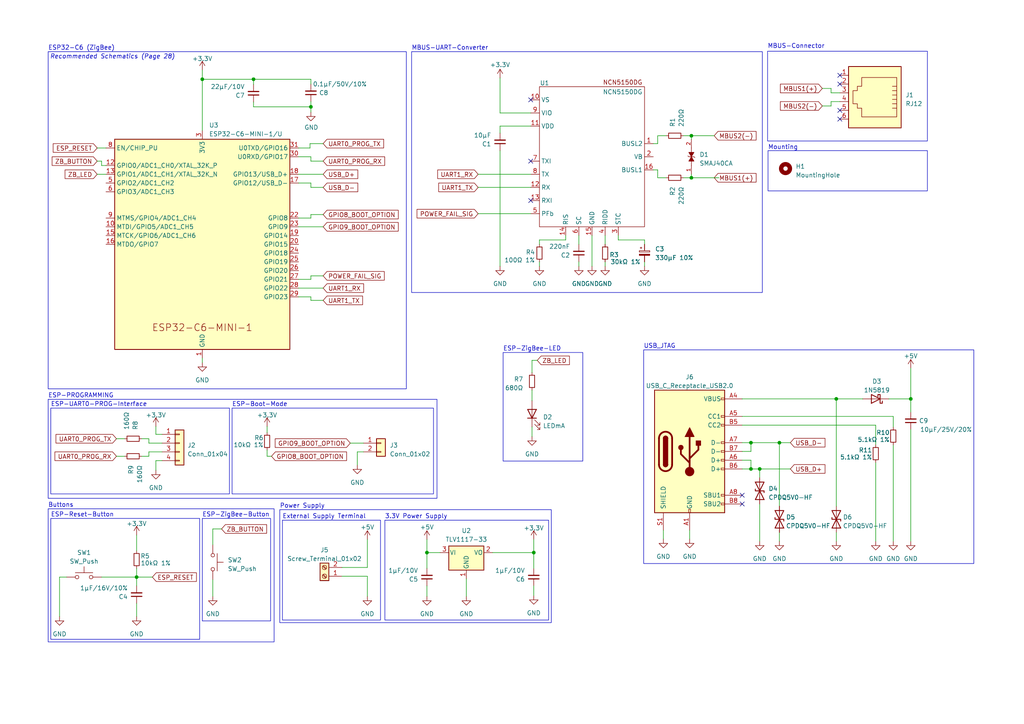
<source format=kicad_sch>
(kicad_sch (version 20231120) (generator "eeschema") (generator_version "8.0")
  (paper "A4")
  (title_block (title "ZBSmartMeter") (date "2023-05-19") (rev "1"))
  (lib_symbols
    (symbol "Connector:RJ12" (pin_names (offset 1.016))
      (property "Reference" "J" (at -5.08 11.43 0))
      (property "Value" "RJ12" (at 2.54 11.43 0))
      (symbol "RJ12_0_1"
        (polyline (pts (xy -6.35 -1.905) (xy -5.08 -1.905) (xy -5.08 -1.905)))
        (polyline (pts (xy -6.35 -0.635) (xy -5.08 -0.635) (xy -5.08 -0.635)))
        (polyline (pts (xy -6.35 0.635) (xy -5.08 0.635) (xy -5.08 0.635)))
        (polyline (pts (xy -6.35 1.905) (xy -5.08 1.905) (xy -5.08 1.905)))
        (polyline (pts (xy -6.35 3.175) (xy -5.08 3.175) (xy -5.08 3.175)))
        (polyline (pts (xy -5.08 4.445) (xy -6.35 4.445) (xy -6.35 4.445)))
        (polyline (pts (xy -6.35 -4.445) (xy -6.35 6.985) (xy 3.81 6.985) (xy 3.81 4.445) (xy 5.08 4.445) (xy 5.08 3.175) (xy 6.35 3.175) (xy 6.35 -0.635) (xy 5.08 -0.635) (xy 5.08 -1.905) (xy 3.81 -1.905) (xy 3.81 -4.445) (xy -6.35 -4.445) (xy -6.35 -4.445)))
        (rectangle (start 7.62 10.16) (end -7.62 -7.62) (stroke (width 0.254)) (fill (type background)))
      )
      (symbol "RJ12_1_1"
        (pin passive line (at 10.16 -5.08 180) (length 2.54) (name "~") (number "1"))
        (pin passive line (at 10.16 -2.54 180) (length 2.54) (name "~") (number "2"))
        (pin passive line (at 10.16 0 180) (length 2.54) (name "~") (number "3"))
        (pin passive line (at 10.16 2.54 180) (length 2.54) (name "~") (number "4"))
        (pin passive line (at 10.16 5.08 180) (length 2.54) (name "~") (number "5"))
        (pin passive line (at 10.16 7.62 180) (length 2.54) (name "~") (number "6"))
      )
    )
    (symbol "Connector:Screw_Terminal_01x02" (pin_names (offset 1.016) hide)
      (property "Reference" "J" (at 0 2.54 0))
      (property "Value" "Screw_Terminal_01x02" (at 0 -5.08 0))
      (symbol "Screw_Terminal_01x02_1_1"
        (rectangle (start -1.27 1.27) (end 1.27 -3.81) (stroke (width 0.254)) (fill (type background)))
        (circle (center 0 -2.54) (radius 0.635) (stroke (width 0.1524)))
        (polyline (pts (xy -0.5334 -2.2098) (xy 0.3302 -3.048)) (stroke (width 0.1524)))
        (polyline (pts (xy -0.5334 0.3302) (xy 0.3302 -0.508)) (stroke (width 0.1524)))
        (polyline (pts (xy -0.3556 -2.032) (xy 0.508 -2.8702)) (stroke (width 0.1524)))
        (polyline (pts (xy -0.3556 0.508) (xy 0.508 -0.3302)) (stroke (width 0.1524)))
        (circle (center 0 0) (radius 0.635) (stroke (width 0.1524)))
        (pin passive line (at -5.08 0 0) (length 3.81) (name "Pin_1") (number "1"))
        (pin passive line (at -5.08 -2.54 0) (length 3.81) (name "Pin_2") (number "2"))
      )
    )
    (symbol "Connector:USB_C_Receptacle_USB2.0" (pin_names (offset 1.016))
      (property "Reference" "J" (at -10.16 19.05 0))
      (property "Value" "USB_C_Receptacle_USB2.0" (at 19.05 19.05 0))
      (symbol "USB_C_Receptacle_USB2.0_0_0"
        (rectangle (start -0.254 -17.78) (end 0.254 -16.764))
        (rectangle (start 10.16 -14.986) (end 9.144 -15.494))
        (rectangle (start 10.16 -12.446) (end 9.144 -12.954))
        (rectangle (start 10.16 -4.826) (end 9.144 -5.334))
        (rectangle (start 10.16 -2.286) (end 9.144 -2.794))
        (rectangle (start 10.16 0.254) (end 9.144 -0.254))
        (rectangle (start 10.16 2.794) (end 9.144 2.286))
        (rectangle (start 10.16 7.874) (end 9.144 7.366))
        (rectangle (start 10.16 10.414) (end 9.144 9.906))
        (rectangle (start 10.16 15.494) (end 9.144 14.986))
      )
      (symbol "USB_C_Receptacle_USB2.0_0_1"
        (rectangle (start -10.16 17.78) (end 10.16 -17.78) (stroke (width 0.254)) (fill (type background)))
        (arc (start -8.89 -3.81) (mid -6.985 -5.7067) (end -5.08 -3.81) (stroke (width 0.508)))
        (arc (start -7.62 -3.81) (mid -6.985 -4.4423) (end -6.35 -3.81) (stroke (width 0.254)))
        (arc (start -7.62 -3.81) (mid -6.985 -4.4423) (end -6.35 -3.81) (stroke (width 0.254)) (fill (type outline)))
        (rectangle (start -7.62 -3.81) (end -6.35 3.81) (stroke (width 0.254)) (fill (type outline)))
        (arc (start -6.35 3.81) (mid -6.985 4.4423) (end -7.62 3.81) (stroke (width 0.254)))
        (arc (start -6.35 3.81) (mid -6.985 4.4423) (end -7.62 3.81) (stroke (width 0.254)) (fill (type outline)))
        (arc (start -5.08 3.81) (mid -6.985 5.7067) (end -8.89 3.81) (stroke (width 0.508)))
        (circle (center -2.54 1.143) (radius 0.635) (stroke (width 0.254)) (fill (type outline)))
        (circle (center 0 -5.842) (radius 1.27) (fill (type outline)))
        (polyline (pts (xy -8.89 -3.81) (xy -8.89 3.81)) (stroke (width 0.508)))
        (polyline (pts (xy -5.08 3.81) (xy -5.08 -3.81)) (stroke (width 0.508)))
        (polyline (pts (xy 0 -5.842) (xy 0 4.318)) (stroke (width 0.508)))
        (polyline (pts (xy 0 -3.302) (xy -2.54 -0.762) (xy -2.54 0.508)) (stroke (width 0.508)))
        (polyline (pts (xy 0 -2.032) (xy 2.54 0.508) (xy 2.54 1.778)) (stroke (width 0.508)))
        (polyline (pts (xy -1.27 4.318) (xy 0 6.858) (xy 1.27 4.318) (xy -1.27 4.318)) (stroke (width 0.254)) (fill (type outline)))
        (rectangle (start 1.905 1.778) (end 3.175 3.048) (stroke (width 0.254)) (fill (type outline)))
      )
      (symbol "USB_C_Receptacle_USB2.0_1_1"
        (pin passive line (at 0 -22.86 90) (length 5.08) (name "GND") (number "A1"))
        (pin passive line (at 0 -22.86 90) (length 5.08) hide (name "GND") (number "A12"))
        (pin passive line (at 15.24 15.24 180) (length 5.08) (name "VBUS") (number "A4"))
        (pin bidirectional line (at 15.24 10.16 180) (length 5.08) (name "CC1") (number "A5"))
        (pin bidirectional line (at 15.24 -2.54 180) (length 5.08) (name "D+") (number "A6"))
        (pin bidirectional line (at 15.24 2.54 180) (length 5.08) (name "D-") (number "A7"))
        (pin bidirectional line (at 15.24 -12.7 180) (length 5.08) (name "SBU1") (number "A8"))
        (pin passive line (at 15.24 15.24 180) (length 5.08) hide (name "VBUS") (number "A9"))
        (pin passive line (at 0 -22.86 90) (length 5.08) hide (name "GND") (number "B1"))
        (pin passive line (at 0 -22.86 90) (length 5.08) hide (name "GND") (number "B12"))
        (pin passive line (at 15.24 15.24 180) (length 5.08) hide (name "VBUS") (number "B4"))
        (pin bidirectional line (at 15.24 7.62 180) (length 5.08) (name "CC2") (number "B5"))
        (pin bidirectional line (at 15.24 -5.08 180) (length 5.08) (name "D+") (number "B6"))
        (pin bidirectional line (at 15.24 0 180) (length 5.08) (name "D-") (number "B7"))
        (pin bidirectional line (at 15.24 -15.24 180) (length 5.08) (name "SBU2") (number "B8"))
        (pin passive line (at 15.24 15.24 180) (length 5.08) hide (name "VBUS") (number "B9"))
        (pin passive line (at -7.62 -22.86 90) (length 5.08) (name "SHIELD") (number "S1"))
      )
    )
    (symbol "Connector_Generic:Conn_01x02" (pin_names (offset 1.016) hide)
      (property "Reference" "J" (at 0 2.54 0))
      (property "Value" "Conn_01x02" (at 0 -5.08 0))
      (symbol "Conn_01x02_1_1"
        (rectangle (start -1.27 -2.413) (end 0 -2.667) (stroke (width 0.1524)))
        (rectangle (start -1.27 0.127) (end 0 -0.127) (stroke (width 0.1524)))
        (rectangle (start -1.27 1.27) (end 1.27 -3.81) (stroke (width 0.254)) (fill (type background)))
        (pin passive line (at -5.08 0 0) (length 3.81) (name "Pin_1") (number "1"))
        (pin passive line (at -5.08 -2.54 0) (length 3.81) (name "Pin_2") (number "2"))
      )
    )
    (symbol "Connector_Generic:Conn_01x04" (pin_names (offset 1.016) hide)
      (property "Reference" "J" (at 0 5.08 0))
      (property "Value" "Conn_01x04" (at 0 -7.62 0))
      (symbol "Conn_01x04_1_1"
        (rectangle (start -1.27 -4.953) (end 0 -5.207) (stroke (width 0.1524)))
        (rectangle (start -1.27 -2.413) (end 0 -2.667) (stroke (width 0.1524)))
        (rectangle (start -1.27 0.127) (end 0 -0.127) (stroke (width 0.1524)))
        (rectangle (start -1.27 2.667) (end 0 2.413) (stroke (width 0.1524)))
        (rectangle (start -1.27 3.81) (end 1.27 -6.35) (stroke (width 0.254)) (fill (type background)))
        (pin passive line (at -5.08 2.54 0) (length 3.81) (name "Pin_1") (number "1"))
        (pin passive line (at -5.08 0 0) (length 3.81) (name "Pin_2") (number "2"))
        (pin passive line (at -5.08 -2.54 0) (length 3.81) (name "Pin_3") (number "3"))
        (pin passive line (at -5.08 -5.08 0) (length 3.81) (name "Pin_4") (number "4"))
      )
    )
    (symbol "Device:C_Polarized_Small" (pin_numbers hide) (pin_names (offset 0.254) hide)
      (property "Reference" "C" (at 0.254 1.778 0))
      (property "Value" "C_Polarized_Small" (at 0.254 -2.032 0))
      (symbol "C_Polarized_Small_0_1"
        (rectangle (start -1.524 -0.3048) (end 1.524 -0.6858) (fill (type outline)))
        (rectangle (start -1.524 0.6858) (end 1.524 0.3048))
        (polyline (pts (xy -1.27 1.524) (xy -0.762 1.524)))
        (polyline (pts (xy -1.016 1.27) (xy -1.016 1.778)))
      )
      (symbol "C_Polarized_Small_1_1"
        (pin passive line (at 0 2.54 270) (length 1.8542) (name "~") (number "1"))
        (pin passive line (at 0 -2.54 90) (length 1.8542) (name "~") (number "2"))
      )
    )
    (symbol "Device:C_Small" (pin_numbers hide) (pin_names (offset 0.254) hide)
      (property "Reference" "C" (at 0.254 1.778 0))
      (property "Value" "C_Small" (at 0.254 -2.032 0))
      (symbol "C_Small_0_1"
        (polyline (pts (xy -1.524 -0.508) (xy 1.524 -0.508)) (stroke (width 0.3302)))
        (polyline (pts (xy -1.524 0.508) (xy 1.524 0.508)) (stroke (width 0.3048)))
      )
      (symbol "C_Small_1_1"
        (pin passive line (at 0 2.54 270) (length 2.032) (name "~") (number "1"))
        (pin passive line (at 0 -2.54 90) (length 2.032) (name "~") (number "2"))
      )
    )
    (symbol "Device:LED" (pin_numbers hide) (pin_names (offset 1.016) hide)
      (property "Reference" "D" (at 0 2.54 0))
      (property "Value" "LED" (at 0 -2.54 0))
      (symbol "LED_0_1"
        (polyline (pts (xy -1.27 -1.27) (xy -1.27 1.27)) (stroke (width 0.254)))
        (polyline (pts (xy -1.27 0) (xy 1.27 0)))
        (polyline (pts (xy 1.27 -1.27) (xy 1.27 1.27) (xy -1.27 0) (xy 1.27 -1.27)) (stroke (width 0.254)))
        (polyline (pts (xy -3.048 -0.762) (xy -4.572 -2.286) (xy -3.81 -2.286) (xy -4.572 -2.286) (xy -4.572 -1.524)))
        (polyline (pts (xy -1.778 -0.762) (xy -3.302 -2.286) (xy -2.54 -2.286) (xy -3.302 -2.286) (xy -3.302 -1.524)))
      )
      (symbol "LED_1_1"
        (pin passive line (at -3.81 0 0) (length 2.54) (name "K") (number "1"))
        (pin passive line (at 3.81 0 180) (length 2.54) (name "A") (number "2"))
      )
    )
    (symbol "Device:R_Small" (pin_numbers hide) (pin_names (offset 0.254) hide)
      (property "Reference" "R" (at 0.762 0.508 0))
      (property "Value" "R_Small" (at 0.762 -1.016 0))
      (symbol "R_Small_0_1"
        (rectangle (start -0.762 1.778) (end 0.762 -1.778) (stroke (width 0.2032)))
      )
      (symbol "R_Small_1_1"
        (pin passive line (at 0 2.54 270) (length 0.762) (name "~") (number "1"))
        (pin passive line (at 0 -2.54 90) (length 0.762) (name "~") (number "2"))
      )
    )
    (symbol "Diode:1.5KExxCA" (pin_numbers hide) (pin_names (offset 1.016) hide)
      (property "Reference" "D" (at 0 2.54 0))
      (property "Value" "1.5KExxCA" (at 0 -2.54 0))
      (symbol "1.5KExxCA_0_1"
        (polyline (pts (xy 1.27 0) (xy -1.27 0)))
        (polyline (pts (xy -2.54 -1.27) (xy 0 0) (xy -2.54 1.27) (xy -2.54 -1.27)) (stroke (width 0.254)))
        (polyline (pts (xy 0.508 1.27) (xy 0 1.27) (xy 0 -1.27) (xy -0.508 -1.27)) (stroke (width 0.254)))
        (polyline (pts (xy 2.54 1.27) (xy 2.54 -1.27) (xy 0 0) (xy 2.54 1.27)) (stroke (width 0.254)))
      )
      (symbol "1.5KExxCA_1_1"
        (pin passive line (at -3.81 0 0) (length 2.54) (name "A1") (number "1"))
        (pin passive line (at 3.81 0 180) (length 2.54) (name "A2") (number "2"))
      )
    )
    (symbol "Diode:1N5819" (pin_numbers hide) (pin_names (offset 1.016) hide)
      (property "Reference" "D" (at 0 2.54 0))
      (property "Value" "1N5819" (at 0 -2.54 0))
      (symbol "1N5819_0_1"
        (polyline (pts (xy 1.27 0) (xy -1.27 0)))
        (polyline (pts (xy 1.27 1.27) (xy 1.27 -1.27) (xy -1.27 0) (xy 1.27 1.27)) (stroke (width 0.254)))
        (polyline (pts (xy -1.905 0.635) (xy -1.905 1.27) (xy -1.27 1.27) (xy -1.27 -1.27) (xy -0.635 -1.27) (xy -0.635 -0.635)) (stroke (width 0.254)))
      )
      (symbol "1N5819_1_1"
        (pin passive line (at -3.81 0 0) (length 2.54) (name "K") (number "1"))
        (pin passive line (at 3.81 0 180) (length 2.54) (name "A") (number "2"))
      )
    )
    (symbol "Espressif:ESP32-C6-MINI-1/U"
      (property "Reference" "U" (at -25.4 35.56 0))
      (property "Value" "ESP32-C6-MINI-1/U" (at -25.4 33.02 0))
      (symbol "ESP32-C6-MINI-1/U_0_0"
        (text "ESP32-C6-MINI-1" (at 0 -24.13 0) (effects (font (size 2 2))))
      )
      (symbol "ESP32-C6-MINI-1/U_0_1"
        (rectangle (start -25.4 30.48) (end 25.4 -30.48) (stroke (width 0.254)) (fill (type background)))
      )
      (symbol "ESP32-C6-MINI-1/U_1_1"
        (pin power_in line (at 0 -33.02 90) (length 2.54) (name "GND") (number "1"))
        (pin bidirectional line (at -27.94 5.08 0) (length 2.54) (name "MTDI/GPIO5/ADC1_CH5") (number "10"))
        (pin passive line (at 0 -33.02 90) (length 2.54) hide (name "GND") (number "11"))
        (pin bidirectional line (at -27.94 22.86 0) (length 2.54) (name "GPIO0/ADC1_CH0/XTAL_32K_P") (number "12"))
        (pin bidirectional line (at -27.94 20.32 0) (length 2.54) (name "GPIO1/ADC1_CH1/XTAL_32K_N") (number "13"))
        (pin passive line (at 0 -33.02 90) (length 2.54) hide (name "GND") (number "14"))
        (pin bidirectional line (at -27.94 2.54 0) (length 2.54) (name "MTCK/GPIO6/ADC1_CH6") (number "15"))
        (pin bidirectional line (at -27.94 0 0) (length 2.54) (name "MTDO/GPIO7") (number "16"))
        (pin bidirectional line (at 27.94 17.78 180) (length 2.54) (name "GPIO12/USB_D-") (number "17"))
        (pin bidirectional line (at 27.94 20.32 180) (length 2.54) (name "GPIO13/USB_D+") (number "18"))
        (pin bidirectional line (at 27.94 2.54 180) (length 2.54) (name "GPIO14") (number "19"))
        (pin passive line (at 0 -33.02 90) (length 2.54) hide (name "GND") (number "2"))
        (pin bidirectional line (at 27.94 0 180) (length 2.54) (name "GPIO15") (number "20"))
        (pin no_connect line (at -25.4 -10.16 0) (length 2.54) hide (name "NC") (number "21"))
        (pin bidirectional line (at 27.94 7.62 180) (length 2.54) (name "GPIO8") (number "22"))
        (pin bidirectional line (at 27.94 5.08 180) (length 2.54) (name "GPIO9") (number "23"))
        (pin bidirectional line (at 27.94 -2.54 180) (length 2.54) (name "GPIO18") (number "24"))
        (pin bidirectional line (at 27.94 -5.08 180) (length 2.54) (name "GPIO19") (number "25"))
        (pin bidirectional line (at 27.94 -7.62 180) (length 2.54) (name "GPIO20") (number "26"))
        (pin bidirectional line (at 27.94 -10.16 180) (length 2.54) (name "GPIO21") (number "27"))
        (pin bidirectional line (at 27.94 -12.7 180) (length 2.54) (name "GPIO22") (number "28"))
        (pin bidirectional line (at 27.94 -15.24 180) (length 2.54) (name "GPIO23") (number "29"))
        (pin power_in line (at 0 33.02 270) (length 2.54) (name "3V3") (number "3"))
        (pin bidirectional line (at 27.94 25.4 180) (length 2.54) (name "U0RXD/GPIO17") (number "30"))
        (pin bidirectional line (at 27.94 27.94 180) (length 2.54) (name "U0TXD/GPIO16") (number "31"))
        (pin no_connect line (at -25.4 -12.7 0) (length 2.54) hide (name "NC") (number "32"))
        (pin no_connect line (at -25.4 -15.24 0) (length 2.54) hide (name "NC") (number "33"))
        (pin no_connect line (at -25.4 -17.78 0) (length 2.54) hide (name "NC") (number "34"))
        (pin no_connect line (at -25.4 -20.32 0) (length 2.54) hide (name "NC") (number "35"))
        (pin passive line (at 0 -33.02 90) (length 2.54) hide (name "GND") (number "36"))
        (pin passive line (at 0 -33.02 90) (length 2.54) hide (name "GND") (number "37"))
        (pin passive line (at 0 -33.02 90) (length 2.54) hide (name "GND") (number "38"))
        (pin passive line (at 0 -33.02 90) (length 2.54) hide (name "GND") (number "39"))
        (pin no_connect line (at -25.4 -5.08 0) (length 2.54) hide (name "NC") (number "4"))
        (pin passive line (at 0 -33.02 90) (length 2.54) hide (name "GND") (number "40"))
        (pin passive line (at 0 -33.02 90) (length 2.54) hide (name "GND") (number "41"))
        (pin passive line (at 0 -33.02 90) (length 2.54) hide (name "GND") (number "42"))
        (pin passive line (at 0 -33.02 90) (length 2.54) hide (name "GND") (number "43"))
        (pin passive line (at 0 -33.02 90) (length 2.54) hide (name "GND") (number "44"))
        (pin passive line (at 0 -33.02 90) (length 2.54) hide (name "GND") (number "45"))
        (pin passive line (at 0 -33.02 90) (length 2.54) hide (name "GND") (number "46"))
        (pin passive line (at 0 -33.02 90) (length 2.54) hide (name "GND") (number "47"))
        (pin passive line (at 0 -33.02 90) (length 2.54) hide (name "GND") (number "48"))
        (pin passive line (at 0 -33.02 90) (length 2.54) hide (name "GND") (number "49"))
        (pin bidirectional line (at -27.94 17.78 0) (length 2.54) (name "GPIO2/ADC1_CH2") (number "5"))
        (pin passive line (at 0 -33.02 90) (length 2.54) hide (name "GND") (number "50"))
        (pin passive line (at 0 -33.02 90) (length 2.54) hide (name "GND") (number "51"))
        (pin passive line (at 0 -33.02 90) (length 2.54) hide (name "GND") (number "52"))
        (pin passive line (at 0 -33.02 90) (length 2.54) hide (name "GND") (number "53"))
        (pin bidirectional line (at -27.94 15.24 0) (length 2.54) (name "GPIO3/ADC1_CH3") (number "6"))
        (pin no_connect line (at -25.4 -7.62 0) (length 2.54) hide (name "NC") (number "7"))
        (pin input line (at -27.94 27.94 0) (length 2.54) (name "EN/CHIP_PU") (number "8"))
        (pin bidirectional line (at -27.94 7.62 0) (length 2.54) (name "MTMS/GPIO4/ADC1_CH4") (number "9"))
      )
    )
    (symbol "Mechanical:MountingHole" (pin_names (offset 1.016))
      (property "Reference" "H" (at 0 5.08 0))
      (property "Value" "MountingHole" (at 0 3.175 0))
      (symbol "MountingHole_0_1"
        (circle (center 0 0) (radius 1.27) (stroke (width 1.27)))
      )
    )
    (symbol "NCN5150DG:NCN5150DG"
      (property "Reference" "U" (at -13.97 21.59 0))
      (property "Footprint" "Package_SO:SOIC-16_3.9x9.9mm_P1.27mm" (at -12.7 13.97 0))
      (symbol "NCN5150DG_0_1"
        (rectangle (start -15.24 20.32) (end 15.24 -20.32))
      )
      (symbol "NCN5150DG_1_1"
        (text "NCN5150DG" (at 8.89 21.59 0) (effects (font (size 1.27 1.27))))
        (pin bidirectional line (at 17.78 3.81 180) (length 2.54) (name "BUSL2") (number "1"))
        (pin output line (at -17.78 16.51 0) (length 2.54) (name "VS") (number "10"))
        (pin power_in line (at -17.78 8.89 0) (length 2.54) (name "VDD") (number "11"))
        (pin input line (at -17.78 -8.89 0) (length 2.54) (name "RX") (number "12"))
        (pin input line (at -17.78 -12.7 0) (length 2.54) (name "RXI") (number "13"))
        (pin input line (at -7.62 -22.86 90) (length 2.54) (name "RIS") (number "14"))
        (pin power_in line (at 0 -22.86 90) (length 2.54) (name "GND") (number "15"))
        (pin bidirectional line (at 17.78 -3.81 180) (length 2.54) (name "BUSL1") (number "16"))
        (pin power_in line (at 17.78 0 180) (length 2.54) (name "VB") (number "2"))
        (pin output line (at 7.62 -22.86 90) (length 2.54) (name "STC") (number "3"))
        (pin input line (at 3.81 -22.86 90) (length 2.54) (name "RIDD") (number "4"))
        (pin output line (at -17.78 -16.51 0) (length 2.54) (name "PFb") (number "5"))
        (pin output line (at -3.81 -22.86 90) (length 2.54) (name "SC") (number "6"))
        (pin output line (at -17.78 -1.27 0) (length 2.54) (name "TXI") (number "7"))
        (pin output line (at -17.78 -5.08 0) (length 2.54) (name "TX") (number "8"))
        (pin input line (at -17.78 12.7 0) (length 2.54) (name "VIO") (number "9"))
      )
    )
    (symbol "Regulator_Linear:TLV1117-33" (pin_names (offset 0.254))
      (property "Reference" "U" (at -3.81 3.175 0))
      (property "Value" "TLV1117-33" (at 0 3.175 0))
      (symbol "TLV1117-33_0_1"
        (rectangle (start -5.08 -5.08) (end 5.08 1.905) (stroke (width 0.254)) (fill (type background)))
      )
      (symbol "TLV1117-33_1_1"
        (pin power_in line (at 0 -7.62 90) (length 2.54) (name "GND") (number "1"))
        (pin power_out line (at 7.62 0 180) (length 2.54) (name "VO") (number "2"))
        (pin power_in line (at -7.62 0 0) (length 2.54) (name "VI") (number "3"))
      )
    )
    (symbol "SMAJ40CA:SMAJ40CA" (pin_names (offset 1.016))
      (property "Reference" "D" (at -5.08 2.54 0))
      (property "Value" "SMAJ40CA" (at -5.08 -5.08 0))
      (symbol "SMAJ40CA_0_0"
        (polyline (pts (xy -1.27 0) (xy -2.54 0)) (stroke (width 0.1524)))
        (polyline (pts (xy 0 -0.762) (xy -0.254 -1.016)) (stroke (width 0.1524)))
        (polyline (pts (xy 0 -0.762) (xy 0 0.762)) (stroke (width 0.1524)))
        (polyline (pts (xy 0 0.762) (xy 0.254 1.016)) (stroke (width 0.1524)))
        (polyline (pts (xy 1.27 0) (xy 2.54 0)) (stroke (width 0.1524)))
        (polyline (pts (xy 0 0) (xy -1.27 -0.762) (xy -1.27 0.762) (xy 0 0)) (stroke (width 0.1524)) (fill (type outline)))
        (polyline (pts (xy 0 0) (xy 1.27 0.762) (xy 1.27 -0.762) (xy 0 0)) (stroke (width 0.1524)) (fill (type outline)))
        (pin passive line (at -5.08 0 0) (length 2.54) (name "~") (number "1"))
        (pin passive line (at 5.08 0 180) (length 2.54) (name "~") (number "2"))
      )
    )
    (symbol "Switch:SW_Push" (pin_numbers hide) (pin_names (offset 1.016) hide)
      (property "Reference" "SW" (at 1.27 2.54 0))
      (property "Value" "SW_Push" (at 0 -1.524 0))
      (symbol "SW_Push_0_1"
        (circle (center -2.032 0) (radius 0.508))
        (polyline (pts (xy 0 1.27) (xy 0 3.048)))
        (polyline (pts (xy 2.54 1.27) (xy -2.54 1.27)))
        (circle (center 2.032 0) (radius 0.508))
        (pin passive line (at -5.08 0 0) (length 2.54) (name "1") (number "1"))
        (pin passive line (at 5.08 0 180) (length 2.54) (name "2") (number "2"))
      )
    )
    (symbol "power:+3.3V" (power) (pin_names (offset 0))
      (property "Value" "+3.3V" (at 0 3.556 0))
      (symbol "+3.3V_0_1"
        (polyline (pts (xy -0.762 1.27) (xy 0 2.54)))
        (polyline (pts (xy 0 0) (xy 0 2.54)))
        (polyline (pts (xy 0 2.54) (xy 0.762 1.27)))
      )
      (symbol "+3.3V_1_1"
        (pin power_in line (at 0 0 90) (length 0) hide (name "+3.3V") (number "1"))
      )
    )
    (symbol "power:+5V" (power) (pin_names (offset 0))
      (property "Value" "+5V" (at 0 3.556 0))
      (symbol "+5V_0_1"
        (polyline (pts (xy -0.762 1.27) (xy 0 2.54)))
        (polyline (pts (xy 0 0) (xy 0 2.54)))
        (polyline (pts (xy 0 2.54) (xy 0.762 1.27)))
      )
      (symbol "+5V_1_1"
        (pin power_in line (at 0 0 90) (length 0) hide (name "+5V") (number "1"))
      )
    )
    (symbol "power:GND" (power) (pin_names (offset 0))
      (property "Value" "GND" (at 0 -3.81 0))
      (symbol "GND_0_1"
        (polyline (pts (xy 0 0) (xy 0 -1.27) (xy 1.27 -1.27) (xy 0 -2.54) (xy -1.27 -1.27) (xy 0 -1.27)))
      )
      (symbol "GND_1_1"
        (pin power_in line (at 0 0 270) (length 0) hide (name "GND") (number "1"))
      )
    )
  )
  (junction (at 226.06 128.397))
  (junction (at 154.813 160.274))
  (junction (at 39.624 167.386))
  (junction (at 217.805 128.397))
  (junction (at 264.16 115.697))
  (junction (at 217.805 136.017))
  (junction (at 200.533 39.37))
  (junction (at 220.345 136.017))
  (junction (at 242.5561 115.6919))
  (junction (at 123.825 160.274))
  (junction (at 73.533 22.987))
  (junction (at 58.674 22.987))
  (junction (at 200.533 51.562))
  (junction (at 90.17 30.988))
  (no_connect (at 215.265 146.177))
  (no_connect (at 153.924 28.956))
  (no_connect (at 153.924 58.166))
  (no_connect (at 215.265 143.637))
  (no_connect (at 243.586 21.844))
  (no_connect (at 243.586 32.004))
  (no_connect (at 243.586 24.384))
  (no_connect (at 243.586 34.544))
  (no_connect (at 153.924 46.736))
  (wire (pts (xy 167.894 68.326) (xy 167.894 70.866)))
  (wire (pts (xy 61.722 153.416) (xy 64.262 153.416)))
  (wire (pts (xy 154.813 156.464) (xy 154.813 160.274)))
  (wire (pts (xy 250.19 115.6919) (xy 250.19 115.697)))
  (wire (pts (xy 145.034 43.688) (xy 145.034 77.216)))
  (wire (pts (xy 86.614 65.786) (xy 93.726 65.786)))
  (wire (pts (xy 200.533 39.37) (xy 200.533 40.386)))
  (wire (pts (xy 17.272 178.816) (xy 17.272 167.386)))
  (wire (pts (xy 28.194 50.546) (xy 30.734 50.546)))
  (wire (pts (xy 123.825 160.274) (xy 127.635 160.274)))
  (wire (pts (xy 175.514 75.946) (xy 175.514 77.216)))
  (wire (pts (xy 46.99 133.604) (xy 45.212 133.604)))
  (wire (pts (xy 86.614 42.926) (xy 89.916 42.926)))
  (wire (pts (xy 39.624 175.006) (xy 39.624 178.816)))
  (wire (pts (xy 154.813 160.274) (xy 142.875 160.274)))
  (wire (pts (xy 43.18 128.524) (xy 43.18 127.254)))
  (wire (pts (xy 106.553 164.592) (xy 106.553 156.464)))
  (wire (pts (xy 190.754 51.562) (xy 193.167 51.562)))
  (wire (pts (xy 200.025 153.797) (xy 200.025 156.337)))
  (wire (pts (xy 105.41 131.064) (xy 103.632 131.064)))
  (wire (pts (xy 39.624 164.846) (xy 39.624 167.386)))
  (wire (pts (xy 39.624 167.386) (xy 39.624 169.926)))
  (wire (pts (xy 73.533 22.987) (xy 90.17 22.987)))
  (wire (pts (xy 90.17 53.086) (xy 90.17 54.356)))
  (wire (pts (xy 46.99 131.064) (xy 43.18 131.064)))
  (wire (pts (xy 90.17 63.246) (xy 90.17 62.23)))
  (wire (pts (xy 46.99 128.524) (xy 43.18 128.524)))
  (wire (pts (xy 200.533 51.562) (xy 208.534 51.562)))
  (wire (pts (xy 179.324 69.596) (xy 186.944 69.596)))
  (wire (pts (xy 217.805 128.397) (xy 226.06 128.397)))
  (wire (pts (xy 154.305 113.157) (xy 154.305 116.205)))
  (wire (pts (xy 241.046 29.464) (xy 241.046 30.734)))
  (wire (pts (xy 46.99 125.984) (xy 45.212 125.984)))
  (wire (pts (xy 167.894 75.946) (xy 167.894 77.216)))
  (wire (pts (xy 241.046 29.464) (xy 243.586 29.464)))
  (wire (pts (xy 242.5561 115.6919) (xy 250.19 115.6919)))
  (wire (pts (xy 77.47 130.556) (xy 77.47 132.334)))
  (wire (pts (xy 61.722 157.988) (xy 61.722 153.416)))
  (wire (pts (xy 77.47 132.334) (xy 78.74 132.334)))
  (wire (pts (xy 190.754 41.656) (xy 190.754 39.37)))
  (wire (pts (xy 58.674 22.987) (xy 58.674 37.846)))
  (wire (pts (xy 254 123.317) (xy 254 129.032)))
  (wire (pts (xy 215.265 136.017) (xy 217.805 136.017)))
  (wire (pts (xy 242.57 154.432) (xy 242.57 156.972)))
  (wire (pts (xy 86.614 50.546) (xy 93.726 50.546)))
  (wire (pts (xy 43.18 127.254) (xy 41.148 127.254)))
  (wire (pts (xy 86.614 83.566) (xy 93.726 83.566)))
  (wire (pts (xy 101.6 128.524) (xy 105.41 128.524)))
  (wire (pts (xy 90.17 81.026) (xy 86.614 81.026)))
  (wire (pts (xy 145.034 22.606) (xy 145.034 32.766)))
  (wire (pts (xy 145.034 36.576) (xy 145.034 38.608)))
  (wire (pts (xy 138.684 54.356) (xy 153.924 54.356)))
  (wire (pts (xy 93.726 80.01) (xy 90.17 80.01)))
  (wire (pts (xy 220.345 136.017) (xy 220.345 138.557)))
  (wire (pts (xy 39.624 167.386) (xy 44.196 167.386)))
  (wire (pts (xy 154.813 169.926) (xy 154.813 172.72)))
  (wire (pts (xy 215.265 120.777) (xy 259.08 120.777)))
  (wire (pts (xy 189.484 41.656) (xy 190.754 41.656)))
  (wire (pts (xy 90.17 87.122) (xy 93.726 87.122)))
  (wire (pts (xy 264.16 124.587) (xy 264.16 156.972)))
  (wire (pts (xy 106.553 167.132) (xy 106.553 172.974)))
  (wire (pts (xy 189.484 49.276) (xy 190.754 49.276)))
  (wire (pts (xy 28.194 42.926) (xy 30.734 42.926)))
  (wire (pts (xy 73.533 30.988) (xy 73.533 29.591)))
  (wire (pts (xy 190.754 49.276) (xy 190.754 51.562)))
  (wire (pts (xy 226.06 154.432) (xy 226.06 156.972)))
  (wire (pts (xy 198.247 39.37) (xy 200.533 39.37)))
  (wire (pts (xy 217.805 136.017) (xy 217.805 133.477)))
  (wire (pts (xy 36.068 132.334) (xy 33.782 132.334)))
  (wire (pts (xy 241.046 26.924) (xy 241.046 25.654)))
  (wire (pts (xy 138.684 61.976) (xy 153.924 61.976)))
  (wire (pts (xy 215.265 115.6919) (xy 242.5561 115.6919)))
  (wire (pts (xy 200.533 39.37) (xy 207.137 39.37)))
  (wire (pts (xy 39.624 155.194) (xy 39.624 159.766)))
  (wire (pts (xy 186.944 69.596) (xy 186.944 70.866)))
  (wire (pts (xy 259.08 129.032) (xy 259.08 156.972)))
  (wire (pts (xy 99.187 167.132) (xy 106.553 167.132)))
  (wire (pts (xy 226.06 128.397) (xy 226.06 146.812)))
  (wire (pts (xy 242.5561 115.6919) (xy 242.5561 146.812)))
  (wire (pts (xy 226.06 128.397) (xy 229.235 128.397)))
  (wire (pts (xy 99.187 164.592) (xy 106.553 164.592)))
  (wire (pts (xy 86.614 63.246) (xy 90.17 63.246)))
  (wire (pts (xy 86.614 86.106) (xy 90.17 86.106)))
  (wire (pts (xy 138.684 50.546) (xy 153.924 50.546)))
  (wire (pts (xy 73.533 30.988) (xy 90.17 30.988)))
  (wire (pts (xy 77.47 123.698) (xy 77.47 125.476)))
  (wire (pts (xy 90.17 30.988) (xy 90.17 29.464)))
  (wire (pts (xy 145.034 36.576) (xy 153.924 36.576)))
  (wire (pts (xy 200.533 50.546) (xy 200.533 51.562)))
  (wire (pts (xy 259.08 123.952) (xy 259.08 120.777)))
  (wire (pts (xy 123.825 164.846) (xy 123.825 160.274)))
  (wire (pts (xy 90.17 46.736) (xy 93.726 46.736)))
  (wire (pts (xy 154.813 164.846) (xy 154.813 160.274)))
  (wire (pts (xy 215.265 128.397) (xy 217.805 128.397)))
  (wire (pts (xy 164.084 68.326) (xy 164.084 69.596)))
  (wire (pts (xy 215.265 123.317) (xy 254 123.317)))
  (wire (pts (xy 154.305 108.077) (xy 154.305 104.521)))
  (wire (pts (xy 45.212 125.984) (xy 45.212 123.698)))
  (wire (pts (xy 73.533 22.987) (xy 73.533 24.511)))
  (wire (pts (xy 154.305 104.521) (xy 155.829 104.521)))
  (wire (pts (xy 90.17 62.23) (xy 93.726 62.23)))
  (wire (pts (xy 154.305 123.825) (xy 154.305 126.619)))
  (wire (pts (xy 215.265 130.937) (xy 217.805 130.937)))
  (wire (pts (xy 220.345 136.017) (xy 217.805 136.017)))
  (wire (pts (xy 171.704 68.326) (xy 171.704 77.216)))
  (wire (pts (xy 58.674 20.32) (xy 58.674 22.987)))
  (wire (pts (xy 61.722 168.148) (xy 61.722 172.974)))
  (wire (pts (xy 90.17 30.988) (xy 90.17 32.512)))
  (wire (pts (xy 29.464 46.736) (xy 29.464 48.006)))
  (wire (pts (xy 29.464 167.386) (xy 39.624 167.386)))
  (wire (pts (xy 217.805 130.937) (xy 217.805 128.397)))
  (wire (pts (xy 43.18 131.064) (xy 43.18 132.334)))
  (wire (pts (xy 86.614 53.086) (xy 90.17 53.086)))
  (wire (pts (xy 264.16 106.807) (xy 264.16 115.697)))
  (wire (pts (xy 257.81 115.697) (xy 264.16 115.697)))
  (wire (pts (xy 186.944 75.946) (xy 186.944 77.216)))
  (wire (pts (xy 175.514 68.326) (xy 175.514 70.866)))
  (wire (pts (xy 90.17 45.466) (xy 90.17 46.736)))
  (wire (pts (xy 90.17 80.01) (xy 90.17 81.026)))
  (wire (pts (xy 156.464 75.946) (xy 156.464 77.216)))
  (wire (pts (xy 28.194 46.736) (xy 29.464 46.736)))
  (wire (pts (xy 89.916 41.656) (xy 89.916 42.926)))
  (wire (pts (xy 135.255 167.894) (xy 135.255 172.974)))
  (wire (pts (xy 45.212 133.604) (xy 45.212 136.398)))
  (wire (pts (xy 215.265 133.477) (xy 217.805 133.477)))
  (wire (pts (xy 238.506 25.654) (xy 241.046 25.654)))
  (wire (pts (xy 220.345 136.017) (xy 229.235 136.017)))
  (wire (pts (xy 254 134.112) (xy 254 156.972)))
  (wire (pts (xy 123.825 169.926) (xy 123.825 172.974)))
  (wire (pts (xy 190.754 39.37) (xy 193.167 39.37)))
  (wire (pts (xy 89.916 41.656) (xy 93.726 41.656)))
  (wire (pts (xy 198.247 51.562) (xy 200.533 51.562)))
  (wire (pts (xy 220.345 146.177) (xy 220.345 156.972)))
  (wire (pts (xy 58.674 103.886) (xy 58.674 105.156)))
  (wire (pts (xy 90.17 22.987) (xy 90.17 24.384)))
  (wire (pts (xy 86.614 45.466) (xy 90.17 45.466)))
  (wire (pts (xy 242.5561 146.812) (xy 242.57 146.812)))
  (wire (pts (xy 145.034 32.766) (xy 153.924 32.766)))
  (wire (pts (xy 17.272 167.386) (xy 19.304 167.386)))
  (wire (pts (xy 192.405 153.797) (xy 192.405 156.337)))
  (wire (pts (xy 243.586 26.924) (xy 241.046 26.924)))
  (wire (pts (xy 103.632 131.064) (xy 103.632 134.874)))
  (wire (pts (xy 36.068 127.254) (xy 33.782 127.254)))
  (wire (pts (xy 238.506 30.734) (xy 241.046 30.734)))
  (wire (pts (xy 43.18 132.334) (xy 41.148 132.334)))
  (wire (pts (xy 90.17 86.106) (xy 90.17 87.122)))
  (wire (pts (xy 90.17 54.356) (xy 93.726 54.356)))
  (wire (pts (xy 58.674 22.987) (xy 73.533 22.987)))
  (wire (pts (xy 215.265 115.6919) (xy 215.265 115.697)))
  (wire (pts (xy 29.464 48.006) (xy 30.734 48.006)))
  (wire (pts (xy 123.825 156.464) (xy 123.825 160.274)))
  (wire (pts (xy 179.324 68.326) (xy 179.324 69.596)))
  (wire (pts (xy 264.16 115.697) (xy 264.16 119.507)))
  (wire (pts (xy 164.084 69.596) (xy 156.464 69.596)))
  (wire (pts (xy 156.464 69.596) (xy 156.464 70.866)))
  (rectangle (start 222.631 14.859) (end 268.986 40.894))
  (rectangle (start 13.97 115.824) (end 126.746 144.526))
  (rectangle (start 119.38 14.986) (end 221.107 84.836))
  (rectangle (start 145.923 102.235) (end 169.037 133.731))
  (rectangle (start 58.674 150.368) (end 78.486 180.086))
  (rectangle (start 186.69 101.473) (end 282.448 163.449))
  (rectangle (start 67.31 118.364) (end 125.73 143.256))
  (rectangle (start 81.915 150.876) (end 110.363 179.832))
  (rectangle (start 13.97 14.986) (end 117.856 112.776))
  (rectangle (start 14.732 150.368) (end 57.912 185.42))
  (rectangle (start 14.732 118.364) (end 66.548 143.256))
  (rectangle (start 111.633 150.876) (end 159.131 179.832))
  (rectangle (start 222.758 43.688) (end 268.986 55.372))
  (rectangle (start 81.153 147.828) (end 159.893 180.594))
  (rectangle (start 13.97 147.574) (end 79.502 186.182))
  (text "Mounting" (at 222.758 43.561 0) (effects (font (size 1.27 1.27)) (justify left bottom)))
  (text "ESP-ZigBee-Button\n" (at 58.674 150.114 0) (effects (font (size 1.27 1.27)) (justify left bottom)))
  (text "MBUS-Connector\n" (at 222.631 14.224 0) (effects (font (size 1.27 1.27)) (justify left bottom)))
  (text "3.3V Power Supply\n" (at 111.633 150.622 0) (effects (font (size 1.27 1.27)) (justify left bottom)))
  (text "ESP-UART0-PROG-Interface\n\n" (at 14.732 120.142 0) (effects (font (size 1.27 1.27)) (justify left bottom)))
  (text "External Supply Terminal\n" (at 81.915 150.622 0) (effects (font (size 1.27 1.27)) (justify left bottom)))
  (text "ESP-PROGRAMMING\n" (at 13.97 115.57 0) (effects (font (size 1.27 1.27)) (justify left bottom)))
  (text "USB_JTAG\n" (at 186.69 101.219 0) (effects (font (size 1.27 1.27)) (justify left bottom)))
  (text "ESP-ZigBee-LED" (at 145.923 101.981 0) (effects (font (size 1.27 1.27)) (justify left bottom)))
  (text "Buttons\n" (at 13.97 147.32 0) (effects (font (size 1.27 1.27)) (justify left bottom)))
  (text "ESP-Reset-Button\n" (at 14.732 150.114 0) (effects (font (size 1.27 1.27)) (justify left bottom)))
  (text "ESP-Boot-Mode\n" (at 67.31 118.11 0) (effects (font (size 1.27 1.27)) (justify left bottom)))
  (text "MBUS-UART-Converter" (at 119.38 14.732 0) (effects (font (size 1.27 1.27)) (justify left bottom)))
  (text "ESP32-C6 (ZigBee)\n" (at 13.97 14.732 0) (effects (font (size 1.27 1.27)) (justify left bottom)))
  (text "Recommended Schematics (Page 28)" (at 14.478 17.272 0) (effects (font (size 1.27 1.27) (italic yes)) (justify left bottom)))
  (text "Power Supply" (at 81.153 147.574 0) (effects (font (size 1.27 1.27)) (justify left bottom)))
  (global_label "ZB_LED" (shape input) (at 28.194 50.546 180) (property "Intersheetrefs" "${INTERSHEET_REFS}" (effects (hide yes))))
  (global_label "UART0_PROG_TX" (shape input) (at 93.726 41.656 0) (property "Intersheetrefs" "${INTERSHEET_REFS}" (effects (hide yes))))
  (global_label "GPIO9_BOOT_OPTION" (shape input) (at 101.6 128.524 180) (property "Intersheetrefs" "${INTERSHEET_REFS}" (effects (hide yes))))
  (global_label "GPIO8_BOOT_OPTION" (shape input) (at 93.726 62.23 0) (property "Intersheetrefs" "${INTERSHEET_REFS}" (effects (hide yes))))
  (global_label "ZB_LED" (shape input) (at 155.829 104.521 0) (property "Intersheetrefs" "${INTERSHEET_REFS}" (effects (hide yes))))
  (global_label "ESP_RESET" (shape input) (at 44.196 167.386 0) (property "Intersheetrefs" "${INTERSHEET_REFS}" (effects (hide yes))))
  (global_label "POWER_FAIL_SIG" (shape input) (at 138.684 61.976 180) (property "Intersheetrefs" "${INTERSHEET_REFS}" (effects (hide yes))))
  (global_label "GPIO8_BOOT_OPTION" (shape input) (at 78.74 132.334 0) (property "Intersheetrefs" "${INTERSHEET_REFS}" (effects (hide yes))))
  (global_label "UART1_RX" (shape input) (at 138.684 50.546 180) (property "Intersheetrefs" "${INTERSHEET_REFS}" (effects (hide yes))))
  (global_label "USB_D-" (shape input) (at 229.235 128.397 0) (property "Intersheetrefs" "${INTERSHEET_REFS}" (effects (hide yes))))
  (global_label "ZB_BUTTON" (shape input) (at 64.262 153.416 0) (property "Intersheetrefs" "${INTERSHEET_REFS}" (effects (hide yes))))
  (global_label "GPIO9_BOOT_OPTION" (shape input) (at 93.726 65.786 0) (property "Intersheetrefs" "${INTERSHEET_REFS}" (effects (hide yes))))
  (global_label "ESP_RESET" (shape input) (at 28.194 42.926 180) (property "Intersheetrefs" "${INTERSHEET_REFS}" (effects (hide yes))))
  (global_label "UART0_PROG_TX" (shape input) (at 33.782 127.254 180) (property "Intersheetrefs" "${INTERSHEET_REFS}" (effects (hide yes))))
  (global_label "UART0_PROG_RX" (shape input) (at 33.782 132.334 180) (property "Intersheetrefs" "${INTERSHEET_REFS}" (effects (hide yes))))
  (global_label "MBUS1(+)" (shape input) (at 207.137 51.562 0) (property "Intersheetrefs" "${INTERSHEET_REFS}" (effects (hide yes))))
  (global_label "USB_D-" (shape input) (at 93.726 54.356 0) (property "Intersheetrefs" "${INTERSHEET_REFS}" (effects (hide yes))))
  (global_label "UART1_TX" (shape input) (at 93.726 87.122 0) (property "Intersheetrefs" "${INTERSHEET_REFS}" (effects (hide yes))))
  (global_label "ZB_BUTTON" (shape input) (at 28.194 46.736 180) (property "Intersheetrefs" "${INTERSHEET_REFS}" (effects (hide yes))))
  (global_label "UART1_TX" (shape input) (at 138.684 54.356 180) (property "Intersheetrefs" "${INTERSHEET_REFS}" (effects (hide yes))))
  (global_label "UART0_PROG_RX" (shape input) (at 93.726 46.736 0) (property "Intersheetrefs" "${INTERSHEET_REFS}" (effects (hide yes))))
  (global_label "USB_D+" (shape input) (at 229.235 136.017 0) (property "Intersheetrefs" "${INTERSHEET_REFS}" (effects (hide yes))))
  (global_label "USB_D+" (shape input) (at 93.726 50.546 0) (property "Intersheetrefs" "${INTERSHEET_REFS}" (effects (hide yes))))
  (global_label "UART1_RX" (shape input) (at 93.726 83.566 0) (property "Intersheetrefs" "${INTERSHEET_REFS}" (effects (hide yes))))
  (global_label "MBUS1(+)" (shape input) (at 238.506 25.654 180) (property "Intersheetrefs" "${INTERSHEET_REFS}" (effects (hide yes))))
  (global_label "MBUS2(-)" (shape input) (at 207.137 39.37 0) (property "Intersheetrefs" "${INTERSHEET_REFS}" (effects (hide yes))))
  (global_label "POWER_FAIL_SIG" (shape input) (at 93.726 80.01 0) (property "Intersheetrefs" "${INTERSHEET_REFS}" (effects (hide yes))))
  (global_label "MBUS2(-)" (shape input) (at 238.506 30.734 180) (property "Intersheetrefs" "${INTERSHEET_REFS}" (effects (hide yes))))
  (symbol (lib_id "Device:C_Small") (at 145.034 41.148 180) (unit 1)
    (property "Reference" "C1" (at 142.494 41.7767 0) (effects (justify left)))
    (property "Value" "10µF" (at 142.494 39.2367 0) (effects (justify left)))
    (property "Footprint" "Capacitor_SMD:C_0603_1608Metric" (effects (hide yes)))
  )
  (symbol (lib_id "power:GND") (at 39.624 178.816 0) (unit 1)
    (property "Reference" "#PWR011" (effects (hide yes)))
    (property "Value" "GND" (at 39.624 183.896 0))
  )
  (symbol (lib_id "Device:R_Small") (at 77.47 128.016 0) (mirror x) (unit 1)
    (property "Reference" "R6" (at 76.454 127 0) (effects (justify right)))
    (property "Value" "10kΩ 1%" (at 76.454 129.032 0) (effects (justify right)))
    (property "Footprint" "Resistor_SMD:R_0603_1608Metric" (effects (hide yes)))
  )
  (symbol (lib_id "Device:R_Small") (at 195.707 51.562 90) (mirror x) (unit 1)
    (property "Reference" "R2" (at 195.072 54.102 0) (effects (justify left)))
    (property "Value" "220Ω" (at 197.612 54.102 0) (effects (justify left)))
    (property "Footprint" "Resistor_SMD:R_0603_1608Metric" (effects (hide yes)))
  )
  (symbol (lib_id "Device:C_Small") (at 39.624 172.466 180) (unit 1)
    (property "Reference" "C4" (at 37.084 173.0947 0) (effects (justify left)))
    (property "Value" "1µF/16V/10%" (at 37.084 170.5547 0) (effects (justify left)))
    (property "Footprint" "Capacitor_SMD:C_0603_1608Metric" (effects (hide yes)))
  )
  (symbol (lib_id "SMAJ40CA:SMAJ40CA") (at 200.533 45.466 90) (unit 1)
    (property "Reference" "D1" (at 202.8698 44.831 90) (effects (justify right)))
    (property "Value" "SMAJ40CA" (at 202.8698 47.371 90) (effects (justify right)))
    (property "Footprint" "SMAJ40CA:DIOM4325X250N" (effects (hide yes)))
    (property "PARTREV" "S2102" (effects (hide yes)))
    (property "STANDARD" "IPC-7351B" (effects (hide yes)))
    (property "MAXIMUM_PACKAGE_HEIGHT" "2.5 mm" (effects (hide yes)))
    (property "MANUFACTURER" "Taiwan Semiconductor" (effects (hide yes)))
    (property "Mouser" "576-SMAJ40CA" (effects (hide yes)))
  )
  (symbol (lib_id "power:GND") (at 123.825 172.974 0) (unit 1)
    (property "Reference" "#PWR020" (effects (hide yes)))
    (property "Value" "GND" (at 123.825 178.054 0))
  )
  (symbol (lib_id "power:+3.3V") (at 145.034 22.606 0) (unit 1)
    (property "Reference" "#PWR01" (effects (hide yes)))
    (property "Value" "+3.3V" (at 145.034 18.796 0))
  )
  (symbol (lib_id "Switch:SW_Push") (at 24.384 167.386 0) (unit 1)
    (property "Reference" "SW1" (at 24.384 160.274 0))
    (property "Value" "SW_Push" (at 24.384 162.814 0))
    (property "Footprint" "Button_Switch_SMD:SW_SPST_TL3305A" (effects (hide yes)))
    (property "Mouser" "612-TL3305AF160QG" (effects (hide yes)))
  )
  (symbol (lib_id "Connector:Screw_Terminal_01x02") (at 94.107 167.132 180) (unit 1)
    (property "Reference" "J5" (at 94.107 159.512 0))
    (property "Value" "Screw_Terminal_01x02" (at 94.107 162.052 0))
    (property "Footprint" "Connector_Phoenix_MSTB:PhoenixContact_MSTBA_2,5_2-G_1x02_P5.00mm_Horizontal" (effects (hide yes)))
    (property "Mouser" "651-1923759 and 651-1942154" (effects (hide yes)))
  )
  (symbol (lib_id "power:GND") (at 226.06 156.972 0) (unit 1)
    (property "Reference" "#PWR034" (effects (hide yes)))
    (property "Value" "GND" (at 226.06 162.052 0))
  )
  (symbol (lib_id "Device:R_Small") (at 254 131.572 0) (mirror x) (unit 1)
    (property "Reference" "R11" (at 252.984 130.556 0) (effects (justify right)))
    (property "Value" "5.1kΩ 1%" (at 252.984 132.588 0) (effects (justify right)))
    (property "Footprint" "Resistor_SMD:R_0603_1608Metric" (effects (hide yes)))
  )
  (symbol (lib_id "power:+3.3V") (at 45.212 123.698 0) (unit 1)
    (property "Reference" "#PWR013" (effects (hide yes)))
    (property "Value" "+3.3V" (at 45.212 120.396 0))
  )
  (symbol (lib_id "power:+5V") (at 123.825 156.464 0) (unit 1)
    (property "Reference" "#PWR019" (effects (hide yes)))
    (property "Value" "+5V" (at 123.825 152.908 0))
  )
  (symbol (lib_id "Connector_Generic:Conn_01x04") (at 52.07 128.524 0) (unit 1)
    (property "Reference" "J2" (at 54.356 129.159 0) (effects (justify left)))
    (property "Value" "Conn_01x04" (at 54.356 131.699 0) (effects (justify left)))
    (property "Footprint" "Connector_PinHeader_2.54mm:PinHeader_1x04_P2.54mm_Vertical" (effects (hide yes)))
  )
  (symbol (lib_id "power:+5V") (at 264.16 106.807 0) (unit 1)
    (property "Reference" "#PWR029" (effects (hide yes)))
    (property "Value" "+5V" (at 264.16 103.251 0))
  )
  (symbol (lib_id "Device:C_Small") (at 73.533 27.051 180) (unit 1)
    (property "Reference" "C7" (at 70.993 27.6797 0) (effects (justify left)))
    (property "Value" "22µF/10V" (at 70.993 25.1397 0) (effects (justify left)))
    (property "Footprint" "Capacitor_SMD:C_0805_2012Metric" (effects (hide yes)))
  )
  (symbol (lib_id "power:GND") (at 45.212 136.398 0) (unit 1)
    (property "Reference" "#PWR014" (effects (hide yes)))
    (property "Value" "GND" (at 45.212 141.478 0))
  )
  (symbol (lib_id "power:GND") (at 154.305 126.619 0) (unit 1)
    (property "Reference" "#PWR018" (effects (hide yes)))
    (property "Value" "GND" (at 154.305 131.699 0))
  )
  (symbol (lib_id "power:GND") (at 145.034 77.216 0) (unit 1)
    (property "Reference" "#PWR03" (effects (hide yes)))
    (property "Value" "GND" (at 145.034 82.296 0))
  )
  (symbol (lib_id "power:GND") (at 264.16 156.972 0) (unit 1)
    (property "Reference" "#PWR030" (effects (hide yes)))
    (property "Value" "GND" (at 264.16 162.052 0))
  )
  (symbol (lib_id "NCN5150DG:NCN5150DG") (at 171.704 45.466 0) (unit 1)
    (property "Reference" "U1" (at 157.9626 24.0792 0))
    (property "Value" "NCN5150DG" (at 180.594 26.67 0))
    (property "Footprint" "Package_SO:SOIC-16_3.9x9.9mm_P1.27mm" (effects (hide yes)))
    (property "Datasheet" "https://www.onsemi.com/pdf/datasheet/ncn5150-d.pdf" (effects (hide yes)))
    (property "Mouser" "863-NCN5150DR2G" (effects (hide yes)))
  )
  (symbol (lib_id "Diode:1N5819") (at 254 115.697 180) (unit 1)
    (property "Reference" "D3" (at 254.3175 110.617 0))
    (property "Value" "1N5819" (at 254.3175 113.157 0))
    (property "Footprint" "Diode_SMD:D_SOD-123" (effects (hide yes)))
    (property "Datasheet" "http://www.vishay.com/docs/88525/1n5817.pdf" (effects (hide yes)))
    (property "Mouser" "621-1N5819HW-F" (effects (hide yes)))
  )
  (symbol (lib_id "Diode:1.5KExxCA") (at 226.06 150.622 90) (unit 1)
    (property "Reference" "D5" (at 227.965 149.987 90) (effects (justify right)))
    (property "Value" "CPDQ5V0-HF" (at 227.965 152.527 90) (effects (justify right)))
    (property "Footprint" "Diode_SMD:D_SOD-923" (effects (hide yes)))
    (property "Datasheet" "https://www.vishay.com/docs/88301/15ke.pdf" (effects (hide yes)))
    (property "Mouser" "750-CPDQ5V0-HF" (effects (hide yes)))
  )
  (symbol (lib_id "power:GND") (at 90.17 32.512 0) (unit 1)
    (property "Reference" "#PWR026" (effects (hide yes)))
    (property "Value" "GND" (at 90.297 36.957 0))
  )
  (symbol (lib_id "power:GND") (at 175.514 77.216 0) (unit 1)
    (property "Reference" "#PWR06" (effects (hide yes)))
    (property "Value" "GND" (at 175.514 82.296 0))
  )
  (symbol (lib_id "Device:C_Small") (at 90.17 26.924 180) (unit 1)
    (property "Reference" "C8" (at 95.25 26.924 0) (effects (justify left)))
    (property "Value" "0.1µF/50V/10%" (at 106.426 24.384 0) (effects (justify left)))
    (property "Footprint" "Capacitor_SMD:C_0603_1608Metric" (effects (hide yes)))
  )
  (symbol (lib_id "Device:R_Small") (at 156.464 73.406 0) (mirror x) (unit 1)
    (property "Reference" "R4" (at 155.194 73.152 0) (effects (justify right)))
    (property "Value" "100Ω 1%" (at 155.194 75.438 0) (effects (justify right)))
    (property "Footprint" "Resistor_SMD:R_0603_1608Metric" (effects (hide yes)))
  )
  (symbol (lib_id "power:GND") (at 186.944 77.216 0) (unit 1)
    (property "Reference" "#PWR07" (effects (hide yes)))
    (property "Value" "GND" (at 186.944 82.296 0))
  )
  (symbol (lib_id "power:GND") (at 200.025 156.337 0) (unit 1)
    (property "Reference" "#PWR028" (effects (hide yes)))
    (property "Value" "GND" (at 200.025 161.417 0))
  )
  (symbol (lib_id "power:+3.3V") (at 58.674 20.32 0) (unit 1)
    (property "Reference" "#PWR08" (effects (hide yes)))
    (property "Value" "+3.3V" (at 58.674 17.018 0))
  )
  (symbol (lib_id "power:+3.3V") (at 39.624 155.194 0) (unit 1)
    (property "Reference" "#PWR010" (effects (hide yes)))
    (property "Value" "+3.3V" (at 39.624 151.892 0))
  )
  (symbol (lib_id "Device:R_Small") (at 38.608 132.334 270) (mirror x) (unit 1)
    (property "Reference" "R9" (at 37.973 134.874 0) (effects (justify right)))
    (property "Value" "160Ω" (at 40.513 134.874 0) (effects (justify right)))
    (property "Footprint" "Resistor_SMD:R_0603_1608Metric" (effects (hide yes)))
  )
  (symbol (lib_id "Connector:USB_C_Receptacle_USB2.0") (at 200.025 130.937 0) (unit 1)
    (property "Reference" "J6" (at 200.025 109.347 0))
    (property "Value" "USB_C_Receptacle_USB2.0" (at 200.025 111.887 0))
    (property "Footprint" "Connector_USB:USB_C_Receptacle_GCT_USB4105-xx-A_16P_TopMnt_Horizontal" (effects (hide yes)))
    (property "Datasheet" "https://www.usb.org/sites/default/files/documents/usb_type-c.zip" (effects (hide yes)))
    (property "Mouser" "640-USB4105-GF-A" (effects (hide yes)))
  )
  (symbol (lib_id "Device:R_Small") (at 38.608 127.254 90) (mirror x) (unit 1)
    (property "Reference" "R8" (at 39.243 124.714 0) (effects (justify right)))
    (property "Value" "160Ω" (at 36.703 124.714 0) (effects (justify right)))
    (property "Footprint" "Resistor_SMD:R_0603_1608Metric" (effects (hide yes)))
  )
  (symbol (lib_id "Device:R_Small") (at 39.624 162.306 0) (mirror x) (unit 1)
    (property "Reference" "R5" (at 43.434 161.29 0) (effects (justify right)))
    (property "Value" "10kΩ 1%" (at 49.53 163.322 0) (effects (justify right)))
    (property "Footprint" "Resistor_SMD:R_0603_1608Metric" (effects (hide yes)))
  )
  (symbol (lib_id "power:GND") (at 171.704 77.216 0) (unit 1)
    (property "Reference" "#PWR02" (effects (hide yes)))
    (property "Value" "GND" (at 171.704 82.296 0))
  )
  (symbol (lib_id "power:GND") (at 220.345 156.972 0) (unit 1)
    (property "Reference" "#PWR033" (effects (hide yes)))
    (property "Value" "GND" (at 220.345 162.052 0))
  )
  (symbol (lib_id "Diode:1.5KExxCA") (at 242.57 150.622 90) (unit 1)
    (property "Reference" "D6" (at 244.475 149.987 90) (effects (justify right)))
    (property "Value" "CPDQ5V0-HF" (at 244.475 152.527 90) (effects (justify right)))
    (property "Footprint" "Diode_SMD:D_SOD-923" (effects (hide yes)))
    (property "Datasheet" "https://www.vishay.com/docs/88301/15ke.pdf" (effects (hide yes)))
    (property "Mouser" "750-CPDQ5V0-HF" (effects (hide yes)))
  )
  (symbol (lib_id "power:GND") (at 156.464 77.216 0) (unit 1)
    (property "Reference" "#PWR05" (effects (hide yes)))
    (property "Value" "GND" (at 156.464 82.296 0))
  )
  (symbol (lib_id "Device:R_Small") (at 195.707 39.37 90) (unit 1)
    (property "Reference" "R1" (at 195.072 36.83 0) (effects (justify left)))
    (property "Value" "220Ω" (at 197.612 36.83 0) (effects (justify left)))
    (property "Footprint" "Resistor_SMD:R_0603_1608Metric" (effects (hide yes)))
  )
  (symbol (lib_id "power:GND") (at 242.57 156.972 0) (unit 1)
    (property "Reference" "#PWR035" (effects (hide yes)))
    (property "Value" "GND" (at 242.57 162.052 0))
  )
  (symbol (lib_id "Espressif:ESP32-C6-MINI-1/U") (at 58.674 70.866 0) (unit 1)
    (property "Reference" "U3" (at 60.6299 36.322 0) (effects (justify left)))
    (property "Value" "ESP32-C6-MINI-1/U" (at 60.6299 38.862 0) (effects (justify left)))
    (property "Footprint" "Espressif:ESP32-C6-MINI-1U" (effects (hide yes)))
    (property "Datasheet" "https://www.espressif.com/sites/default/files/documentation/esp32-c6-mini-1_datasheet_en.pdf" (effects (hide yes)))
  )
  (symbol (lib_id "power:GND") (at 167.894 77.216 0) (unit 1)
    (property "Reference" "#PWR04" (effects (hide yes)))
    (property "Value" "GND" (at 167.894 82.296 0))
  )
  (symbol (lib_id "power:GND") (at 135.255 172.974 0) (unit 1)
    (property "Reference" "#PWR021" (effects (hide yes)))
    (property "Value" "GND" (at 135.255 178.054 0))
  )
  (symbol (lib_id "power:+3.3V") (at 77.47 123.698 0) (unit 1)
    (property "Reference" "#PWR016" (effects (hide yes)))
    (property "Value" "+3.3V" (at 77.47 120.396 0))
  )
  (symbol (lib_id "power:+3.3V") (at 154.813 156.464 0) (unit 1)
    (property "Reference" "#PWR022" (effects (hide yes)))
    (property "Value" "+3.3V" (at 154.813 153.162 0))
  )
  (symbol (lib_id "Connector_Generic:Conn_01x02") (at 110.49 128.524 0) (unit 1)
    (property "Reference" "J3" (at 113.03 129.159 0) (effects (justify left)))
    (property "Value" "Conn_01x02" (at 113.03 131.699 0) (effects (justify left)))
    (property "Footprint" "Connector_PinHeader_2.54mm:PinHeader_1x02_P2.54mm_Vertical" (effects (hide yes)))
  )
  (symbol (lib_id "power:GND") (at 254 156.972 0) (unit 1)
    (property "Reference" "#PWR032" (effects (hide yes)))
    (property "Value" "GND" (at 254 162.052 0))
  )
  (symbol (lib_id "Device:C_Small") (at 154.813 167.386 180) (unit 1)
    (property "Reference" "C6" (at 152.273 168.0147 0) (effects (justify left)))
    (property "Value" "1µF/10V" (at 152.273 165.4747 0) (effects (justify left)))
    (property "Footprint" "Capacitor_SMD:C_0603_1608Metric" (effects (hide yes)))
  )
  (symbol (lib_id "Connector:RJ12") (at 253.746 26.924 180) (unit 1)
    (property "Reference" "J1" (at 262.636 27.559 0) (effects (justify right)))
    (property "Value" "RJ12" (at 262.636 30.099 0) (effects (justify right)))
    (property "Footprint" "Connector_RJ:RJ12_Amphenol_54601" (effects (hide yes)))
    (property "Mouser" "649-54601-906WPLF" (effects (hide yes)))
  )
  (symbol (lib_id "power:GND") (at 103.632 134.874 0) (unit 1)
    (property "Reference" "#PWR015" (effects (hide yes)))
    (property "Value" "GND" (at 103.632 139.954 0))
  )
  (symbol (lib_id "power:GND") (at 58.674 105.156 0) (unit 1)
    (property "Reference" "#PWR09" (effects (hide yes)))
    (property "Value" "GND" (at 58.674 110.236 0))
  )
  (symbol (lib_id "Device:C_Polarized_Small") (at 186.944 73.406 0) (unit 1)
    (property "Reference" "C3" (at 189.992 72.2249 0) (effects (justify left)))
    (property "Value" "330µF 10%" (at 189.992 74.7649 0) (effects (justify left)))
    (property "Footprint" "Capacitor_SMD:CP_Elec_8x10.5" (effects (hide yes)))
  )
  (symbol (lib_id "Switch:SW_Push") (at 61.722 163.068 270) (unit 1)
    (property "Reference" "SW2" (at 66.04 162.433 90) (effects (justify left)))
    (property "Value" "SW_Push" (at 66.04 164.973 90) (effects (justify left)))
    (property "Footprint" "Button_Switch_SMD:SW_SPST_TL3305A" (effects (hide yes)))
    (property "Mouser" "612-TL3305AF160QG" (effects (hide yes)))
  )
  (symbol (lib_id "power:GND") (at 61.722 172.974 0) (unit 1)
    (property "Reference" "#PWR017" (effects (hide yes)))
    (property "Value" "GND" (at 61.722 178.054 0))
  )
  (symbol (lib_id "power:GND") (at 259.08 156.972 0) (unit 1)
    (property "Reference" "#PWR031" (effects (hide yes)))
    (property "Value" "GND" (at 259.08 162.052 0))
  )
  (symbol (lib_id "power:GND") (at 17.272 178.816 0) (unit 1)
    (property "Reference" "#PWR012" (effects (hide yes)))
    (property "Value" "GND" (at 17.272 183.896 0))
  )
  (symbol (lib_id "power:GND") (at 192.405 156.337 0) (unit 1)
    (property "Reference" "#PWR027" (effects (hide yes)))
    (property "Value" "GND" (at 192.405 161.417 0))
  )
  (symbol (lib_id "Device:LED") (at 154.305 120.015 90) (unit 1)
    (property "Reference" "D2" (at 157.48 120.9675 90) (effects (justify right)))
    (property "Value" "LEDmA" (at 157.48 123.5075 90) (effects (justify right)))
    (property "Footprint" "LED_SMD:LED_0603_1608Metric" (effects (hide yes)))
  )
  (symbol (lib_id "Diode:1.5KExxCA") (at 220.345 142.367 90) (unit 1)
    (property "Reference" "D4" (at 222.885 141.732 90) (effects (justify right)))
    (property "Value" "CPDQ5V0-HF" (at 222.885 144.272 90) (effects (justify right)))
    (property "Footprint" "Diode_SMD:D_SOD-923" (effects (hide yes)))
    (property "Datasheet" "https://www.vishay.com/docs/88301/15ke.pdf" (effects (hide yes)))
    (property "Mouser" "750-CPDQ5V0-HF" (effects (hide yes)))
  )
  (symbol (lib_id "power:+5V") (at 106.553 156.464 0) (unit 1)
    (property "Reference" "#PWR024" (effects (hide yes)))
    (property "Value" "+5V" (at 106.553 152.908 0))
  )
  (symbol (lib_id "Device:C_Small") (at 264.16 122.047 180) (unit 1)
    (property "Reference" "C9" (at 269.24 122.047 0) (effects (justify left)))
    (property "Value" "10µF/25V/20%" (at 281.94 124.587 0) (effects (justify left)))
    (property "Footprint" "Capacitor_SMD:C_0603_1608Metric" (effects (hide yes)))
  )
  (symbol (lib_id "Regulator_Linear:TLV1117-33") (at 135.255 160.274 0) (unit 1)
    (property "Reference" "U2" (at 135.255 153.924 0))
    (property "Value" "TLV1117-33" (at 135.255 156.464 0))
    (property "Footprint" "Package_TO_SOT_SMD:SOT-223-3_TabPin2" (effects (hide yes)))
    (property "Datasheet" "http://www.ti.com/lit/ds/symlink/tlv1117.pdf" (effects (hide yes)))
    (property "Mouser" "595-TLV1117LV33DCYT" (effects (hide yes)))
  )
  (symbol (lib_id "Device:C_Small") (at 167.894 73.406 180) (unit 1)
    (property "Reference" "C2" (at 165.354 74.0347 0) (effects (justify left)))
    (property "Value" "220nF" (at 165.354 71.4947 0) (effects (justify left)))
    (property "Footprint" "Capacitor_SMD:C_0603_1608Metric" (effects (hide yes)))
  )
  (symbol (lib_id "Device:R_Small") (at 175.514 73.406 0) (unit 1)
    (property "Reference" "R3" (at 176.784 73.914 0) (effects (justify left)))
    (property "Value" "30kΩ 1%" (at 177.038 75.946 0) (effects (justify left)))
    (property "Footprint" "Resistor_SMD:R_0603_1608Metric" (effects (hide yes)))
  )
  (symbol (lib_id "Device:R_Small") (at 259.08 126.492 0) (mirror x) (unit 1)
    (property "Reference" "R10" (at 258.064 125.476 0) (effects (justify right)))
    (property "Value" "5.1kΩ 1%" (at 258.064 127.508 0) (effects (justify right)))
    (property "Footprint" "Resistor_SMD:R_0603_1608Metric" (effects (hide yes)))
  )
  (symbol (lib_id "Device:R_Small") (at 154.305 110.617 0) (mirror x) (unit 1)
    (property "Reference" "R7" (at 151.765 109.982 0) (effects (justify right)))
    (property "Value" "680Ω" (at 151.765 112.522 0) (effects (justify right)))
    (property "Footprint" "Resistor_SMD:R_0603_1608Metric" (effects (hide yes)))
  )
  (symbol (lib_id "power:GND") (at 154.813 172.72 0) (unit 1)
    (property "Reference" "#PWR023" (effects (hide yes)))
    (property "Value" "GND" (at 154.813 177.8 0))
  )
  (symbol (lib_id "power:GND") (at 106.553 172.974 0) (unit 1)
    (property "Reference" "#PWR025" (effects (hide yes)))
    (property "Value" "GND" (at 106.553 178.054 0))
  )
  (symbol (lib_id "Device:C_Small") (at 123.825 167.386 180) (unit 1)
    (property "Reference" "C5" (at 121.285 168.0147 0) (effects (justify left)))
    (property "Value" "1µF/10V" (at 121.285 165.4747 0) (effects (justify left)))
    (property "Footprint" "Capacitor_SMD:C_0603_1608Metric" (effects (hide yes)))
  )
  (symbol (lib_id "Mechanical:MountingHole") (at 227.838 48.895 0) (unit 1)
    (property "Reference" "H1" (at 230.759 48.26 0) (effects (justify left)))
    (property "Value" "MountingHole" (at 230.759 50.8 0) (effects (justify left)))
    (property "Footprint" "MountingHole:MountingHole_2.2mm_M2" (effects (hide yes)))
  )
)
</source>
